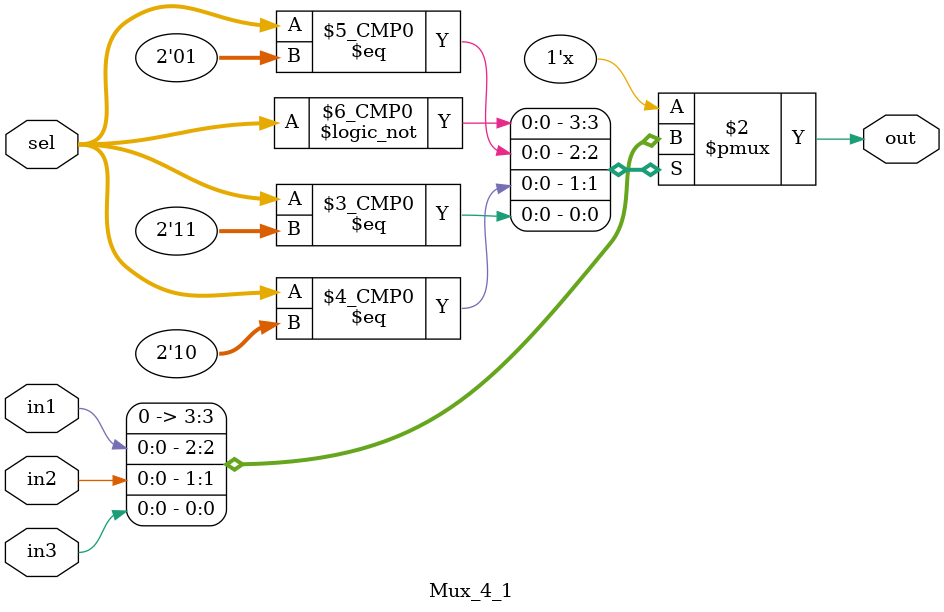
<source format=v>
module Mux_4_1(in1,in2,in3,sel,out);
parameter IN1_SIZE=1;
parameter IN2_SIZE=1;
parameter IN3_SIZE=1;
parameter OUT_SIZE=1;
input [IN3_SIZE-1:0] in3; 
input [IN2_SIZE-1:0] in2; 
input [IN1_SIZE-1:0] in1;
input [1:0] sel;
output reg [OUT_SIZE-1:0]out;
always @(*) begin
 case(sel) 
 0:out=0;
 1:out=in1;//mult_product
 2:out=in2;//pout
 3:out=in3;//{d,a,b}
 endcase
end
endmodule

</source>
